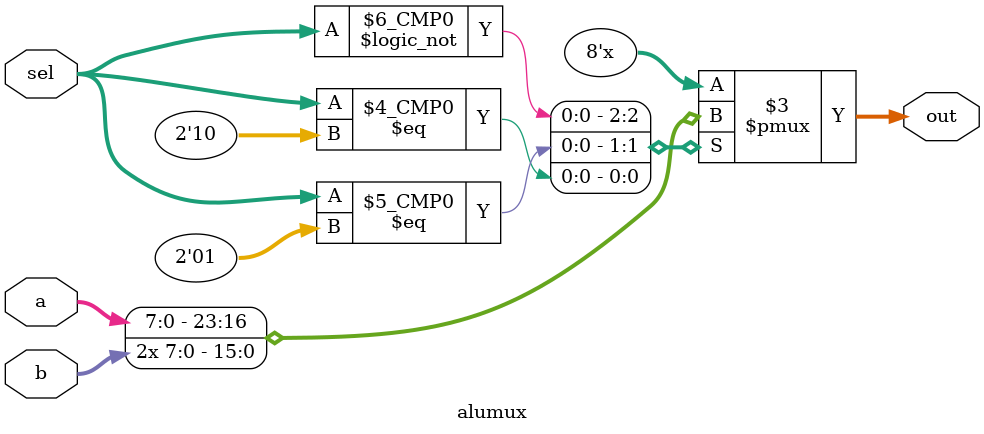
<source format=v>
module alu(
	 input [7:0] a,b,
	 input [1:0] sel,
	 output [7:0] out);
	 
	 wire [15:0] wire1;
	 wire [7:0] wiresub,wireadd, wiremul;
	 wire cin,cout;
	
	
	aludemux demux(.b(b), .sel(sel), .out(wire1),.cin(cin));
	substract sub(.b(wire1[7:0]),.cin(cin),.subout(wiresub));
	adder_8_bit adder(.a(a),.b(wiresub),.cin(cin),.sum(wireadd),.carry(cout));
	
	multiplier  mul(.a(a[3:0]),.b(wire1[11:8]),.out(wiremul));
	alumux mux(.a(wiremul),.b(wireadd), .sel(sel), .out(out));
	 
endmodule


module aludemux(
	input [7:0] b,
	input [1:0] sel,
	output reg [15:0] out,
	output reg cin);
	
	initial cin = 1'b0;

	
	always  @ (b or sel)
	begin
		case(sel)
		2'b00: begin                //multiplication
					out[15:8] = b;
					cin = 1'b0;
					out[7:0] = 8'bzzzzzzzz;
				end
		2'b01: begin                // addition
					out[7:0] = b;
					cin = 1'b0;
					out[15:8]=8'bzzzzzzzz;
				end
		2'b10: begin               //substraction
					out[7:0] = b;
					cin = 1'b1;
					out[15:8]=0;
				end
		default: begin 
					out[15:8] = 8'bzzzzzzzz;
					out[7:0] = 8'bzzzzzzzz;
					cin = 1'bz;
				end
		
	endcase
	end
	
endmodule

module alumux(
	input [7:0] b,a,
	input [1:0] sel,
	output reg [7:0] out);
	
	
	
	always  @ (b or a or sel)
	begin
		case(sel)
		2'b00: begin                //multiplication
					out = a;
					
				end
		2'b01: begin                // addition
					out= b;
					
				end
		2'b10: begin               //substraction
					out= b;
					
				end
		default: begin 
					out = 8'bzzzzzzzz;
					
				end
		
		endcase
	end
	
endmodule
</source>
